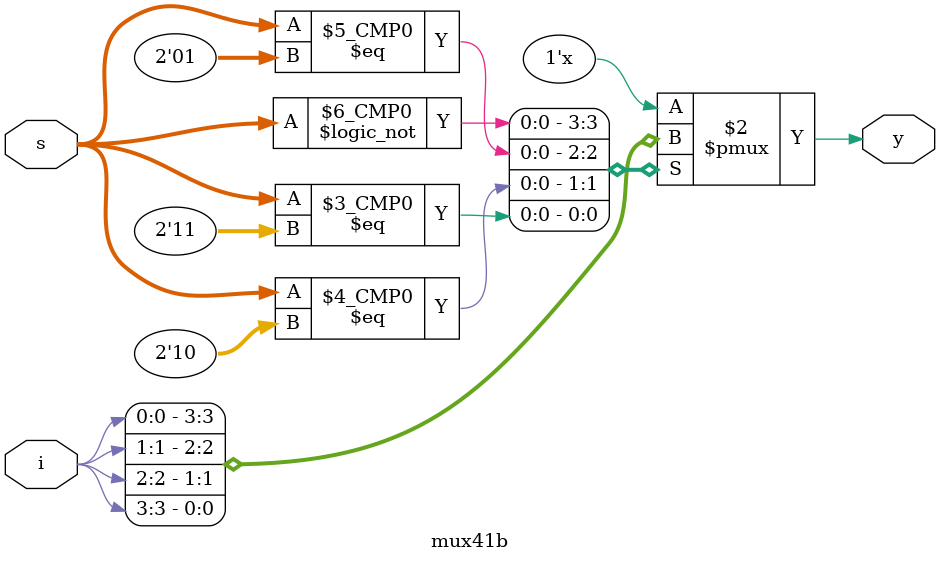
<source format=v>
`timescale 1ns / 1ps
module mux41b(
    input [3:0] i,
    input [1:0] s,
    output reg y
    );
	 always@(i,s)
	 begin
	 case(s)
	 2'b00:y=i[0];
	 2'b01:y=i[1];
	 2'b10:y=i[2];
	 2'b11:y=i[3];
	 default:y=1'bz;
	 endcase
	 end
	endmodule

</source>
